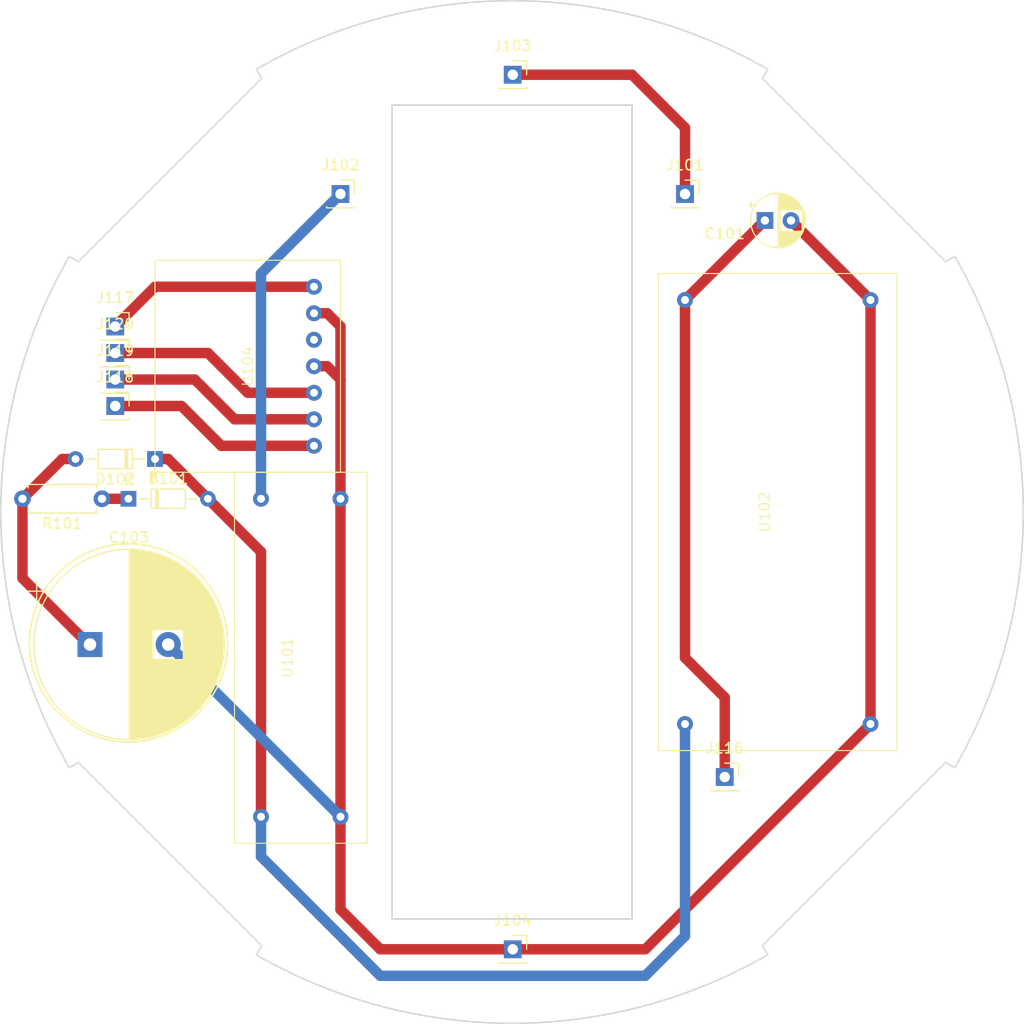
<source format=kicad_pcb>
(kicad_pcb (version 20221018) (generator pcbnew)
  (layers (0 "F.Cu" signal) (31 "B.Cu" signal) (34 "B.Paste" user) (35 "F.Paste" user) (36 "B.SilkS" user "B.Silkscreen") (37 "F.SilkS" user "F.Silkscreen") (38 "B.Mask" user) (39 "F.Mask" user) (44 "Edge.Cuts" user))
  (net 0 "")
  (net 1 "5V")
  (net 2 "GND")
  (net 3 "Net-(D102-A)")
  (net 4 "Net-(D101-K)")
  (net 5 "Net-(D101-A)")
  (net 6 "Net-(J101-Pin_1)")
  (net 7 "3.3V")
  (net 8 "Net-(J118-Pin_1)")
  (net 9 "Net-(J119-Pin_1)")
  (net 10 "Net-(J120-Pin_1)")
  (net 12 "Net-(J102-Pin_1)")
  (footprint "MyPinSocket:MyPinSocket" (layer "F.Cu") (at 33.02 19.05)
    (fp_text reference "J102" (at 0 -2.77) (layer "F.SilkS"))
    (fp_text value "Power Sw 2 Bridge")
    (pad "1" thru_hole rect (at 0 0) (size 1.7 1.7) (drill 1) (layers "*.Cu" "*.Mask") (net 12 "Net-(J102-Pin_1)"))
  )
  (footprint "Capacitor_THT:CP_Radial_D5.0mm_P2.50mm" (layer "F.Cu") (at 73.7 21.59)
    (fp_text reference "C101" (at -3.85 1.27) (layer "F.SilkS"))
    (fp_text value "C")
    (pad "1" thru_hole rect (at 0 0) (size 1.6 1.6) (drill 0.8) (layers "*.Cu" "*.Mask") (net 1 "5V"))
    (pad "2" thru_hole circle (at 2.5 0) (size 1.6 1.6) (drill 0.8) (layers "*.Cu" "*.Mask") (net 2 "GND"))
  )
  (footprint "Capacitor_THT:CP_Radial_D18.0mm_P7.50mm" (layer "F.Cu") (at 9.01 62.23)
    (fp_text reference "C103" (at 3.75 -10.25) (layer "F.SilkS"))
    (fp_text value "C_Polarized_US")
    (pad "1" thru_hole rect (at 0 0) (size 2.4 2.4) (drill 1.2) (layers "*.Cu" "*.Mask") (net 3 "Net-(D102-A)"))
    (pad "2" thru_hole circle (at 7.5 0) (size 2.4 2.4) (drill 1.2) (layers "*.Cu" "*.Mask") (net 2 "GND"))
  )
  (footprint "MyPinSocket:MyPinSocket" (layer "F.Cu") (at 49.53 91.44)
    (fp_text reference "J104" (at 0 -2.77) (layer "F.SilkS"))
    (fp_text value "Battery- Socket")
    (pad "1" thru_hole rect (at 0 0) (size 1.7 1.7) (drill 1) (layers "*.Cu" "*.Mask") (net 2 "GND"))
  )
  (footprint "LM2596:LM2596" (layer "F.Cu") (at 76.2 49.53 90)
    (fp_text reference "U102" (at 0 -2.54 90 unlocked) (layer "F.SilkS") (effects (font (thickness 0.1))))
    (fp_text value "LM2596")
    (pad "1" thru_hole circle (at -20.32 -10.16 90) (size 1.524 1.524) (drill 0.762) (layers "*.Cu" "*.Mask") (net 5 "Net-(D101-A)"))
    (pad "2" thru_hole circle (at -20.32 7.62 90) (size 1.524 1.524) (drill 0.762) (layers "*.Cu" "*.Mask") (net 2 "GND"))
    (pad "3" thru_hole circle (at 20.32 -10.16 90) (size 1.524 1.524) (drill 0.762) (layers "*.Cu" "*.Mask") (net 1 "5V"))
    (pad "4" thru_hole circle (at 20.32 7.62 90) (size 1.524 1.524) (drill 0.762) (layers "*.Cu" "*.Mask") (net 2 "GND"))
  )
  (footprint "MT3608:MT3608" (layer "F.Cu") (at 27.94 63.5 90)
    (fp_text reference "U101" (at 0 0 90 unlocked) (layer "F.SilkS") (effects (font (thickness 0.1))))
    (fp_text value "MT3608")
    (pad "1" thru_hole circle (at 15.24 -2.54 90) (size 1.524 1.524) (drill 0.762) (layers "*.Cu" "*.Mask") (net 12 "Net-(J102-Pin_1)"))
    (pad "2" thru_hole circle (at 15.24 5.08 90) (size 1.524 1.524) (drill 0.762) (layers "*.Cu" "*.Mask") (net 2 "GND"))
    (pad "3" thru_hole circle (at -15.24 -2.54 90) (size 1.524 1.524) (drill 0.762) (layers "*.Cu" "*.Mask") (net 5 "Net-(D101-A)"))
    (pad "4" thru_hole circle (at -15.24 5.08 90) (size 1.524 1.524) (drill 0.762) (layers "*.Cu" "*.Mask") (net 2 "GND"))
  )
  (footprint "MyPinSocket:MyPinSocket" (layer "F.Cu") (at 11.43 39.37)
    (fp_text reference "J118" (at 0 -2.77) (layer "F.SilkS"))
    (fp_text value "LRC Bridge")
    (pad "1" thru_hole rect (at 0 0) (size 1.7 1.7) (drill 1) (layers "*.Cu" "*.Mask") (net 8 "Net-(J118-Pin_1)"))
  )
  (footprint "Diode_THT:D_DO-34_SOD68_P7.62mm_Horizontal" (layer "F.Cu") (at 15.245 44.45 180)
    (fp_text reference "D102" (at 3.81 -1.92) (layer "F.SilkS"))
    (fp_text value "D")
    (fp_text user "K" (at 0 -1.75) (layer "F.SilkS"))
    (pad "1" thru_hole rect (at 0 0 180) (size 1.5 1.5) (drill 0.75) (layers "*.Cu" "*.Mask") (net 5 "Net-(D101-A)"))
    (pad "2" thru_hole oval (at 7.62 0 180) (size 1.5 1.5) (drill 0.75) (layers "*.Cu" "*.Mask") (net 3 "Net-(D102-A)"))
  )
  (footprint "Resistor_THT:R_Axial_DIN0207_L6.3mm_D2.5mm_P7.62mm_Horizontal" (layer "F.Cu") (at 10.16 48.26 180)
    (fp_text reference "R101" (at 3.81 -2.37) (layer "F.SilkS"))
    (fp_text value "220")
    (pad "1" thru_hole circle (at 0 0 180) (size 1.6 1.6) (drill 0.8) (layers "*.Cu" "*.Mask") (net 4 "Net-(D101-K)"))
    (pad "2" thru_hole oval (at 7.62 0 180) (size 1.6 1.6) (drill 0.8) (layers "*.Cu" "*.Mask") (net 3 "Net-(D102-A)"))
  )
  (footprint "MAX98357A:MAX98357A" (layer "F.Cu") (at 24.13 35.56 90)
    (fp_text reference "U104" (at 0 0 90 unlocked) (layer "F.SilkS") (effects (font (thickness 0.1))))
    (fp_text value "MAX98357A")
    (pad "1" thru_hole circle (at -7.62 6.35 90) (size 1.524 1.524) (drill 0.762) (layers "*.Cu" "*.Mask") (net 8 "Net-(J118-Pin_1)"))
    (pad "2" thru_hole circle (at -5.08 6.35 90) (size 1.524 1.524) (drill 0.762) (layers "*.Cu" "*.Mask") (net 9 "Net-(J119-Pin_1)"))
    (pad "3" thru_hole circle (at -2.54 6.35 90) (size 1.524 1.524) (drill 0.762) (layers "*.Cu" "*.Mask") (net 10 "Net-(J120-Pin_1)"))
    (pad "4" thru_hole circle (at 0 6.35 90) (size 1.524 1.524) (drill 0.762) (layers "*.Cu" "*.Mask") (net 2 "GND"))
    (pad "5" thru_hole circle (at 2.54 6.35 90) (size 1.524 1.524) (drill 0.762) (layers "*.Cu" "*.Mask"))
    (pad "6" thru_hole circle (at 5.08 6.35 90) (size 1.524 1.524) (drill 0.762) (layers "*.Cu" "*.Mask") (net 2 "GND"))
    (pad "7" thru_hole circle (at 7.62 6.35 90) (size 1.524 1.524) (drill 0.762) (layers "*.Cu" "*.Mask") (net 7 "3.3V"))
  )
  (footprint "MyPinSocket:MyPinSocket" (layer "F.Cu") (at 11.43 34.29)
    (fp_text reference "J120" (at 0 -2.77) (layer "F.SilkS"))
    (fp_text value "DIN Bridge")
    (pad "1" thru_hole rect (at 0 0) (size 1.7 1.7) (drill 1) (layers "*.Cu" "*.Mask") (net 10 "Net-(J120-Pin_1)"))
  )
  (footprint "Diode_THT:D_DO-34_SOD68_P7.62mm_Horizontal" (layer "F.Cu") (at 12.695 48.26)
    (fp_text reference "D101" (at 3.81 -1.92) (layer "F.SilkS"))
    (fp_text value "D")
    (fp_text user "K" (at 0 -1.75) (layer "F.SilkS"))
    (pad "1" thru_hole rect (at 0 0) (size 1.5 1.5) (drill 0.75) (layers "*.Cu" "*.Mask") (net 4 "Net-(D101-K)"))
    (pad "2" thru_hole oval (at 7.62 0) (size 1.5 1.5) (drill 0.75) (layers "*.Cu" "*.Mask") (net 5 "Net-(D101-A)"))
  )
  (footprint "MyPinSocket:MyPinSocket" (layer "F.Cu") (at 49.53 7.62)
    (fp_text reference "J103" (at 0 -2.77) (layer "F.SilkS"))
    (fp_text value "Battery+ Socket")
    (pad "1" thru_hole rect (at 0 0) (size 1.7 1.7) (drill 1) (layers "*.Cu" "*.Mask") (net 6 "Net-(J101-Pin_1)"))
  )
  (footprint "MyPinSocket:MyPinSocket" (layer "F.Cu") (at 11.43 36.83)
    (fp_text reference "J119" (at 0 -2.77) (layer "F.SilkS"))
    (fp_text value "BCLK Bridge")
    (pad "1" thru_hole rect (at 0 0) (size 1.7 1.7) (drill 1) (layers "*.Cu" "*.Mask") (net 9 "Net-(J119-Pin_1)"))
  )
  (footprint "MyPinSocket:MyPinSocket" (layer "F.Cu") (at 69.85 74.93)
    (fp_text reference "J116" (at 0 -2.77) (layer "F.SilkS"))
    (fp_text value "5V Bridge")
    (pad "1" thru_hole rect (at 0 0) (size 1.7 1.7) (drill 1) (layers "*.Cu" "*.Mask") (net 1 "5V"))
  )
  (footprint "MyPinSocket:MyPinSocket" (layer "F.Cu") (at 66.04 19.05)
    (fp_text reference "J101" (at 0 -2.77) (layer "F.SilkS"))
    (fp_text value "Power Sw 1 Bridge")
    (pad "1" thru_hole rect (at 0 0) (size 1.7 1.7) (drill 1) (layers "*.Cu" "*.Mask") (net 6 "Net-(J101-Pin_1)"))
  )
  (footprint "MyPinSocket:MyPinSocket" (layer "F.Cu") (at 11.43 31.75)
    (fp_text reference "J117" (at 0 -2.77) (layer "F.SilkS"))
    (fp_text value "3.3V Bridge")
    (pad "1" thru_hole rect (at 0 0) (size 1.7 1.7) (drill 1) (layers "*.Cu" "*.Mask") (net 7 "3.3V"))
  )
  (gr_circle (center 12.7 62.07) (end 22.2 62.07) (stroke (width 0.15)) (fill none) (layer "F.SilkS"))
  (gr_line (start 73.96 7.095) (end 73.46 7.961) (stroke (width 0.15)) (layer "Edge.Cuts"))
  (gr_line (start 60.96 10.53) (end 60.96 88.53) (stroke (width 0.15)) (layer "Edge.Cuts"))
  (gr_line (start 24.96 7.095) (end 25.46 7.961) (stroke (width 0.15)) (layer "Edge.Cuts"))
  (gr_arc (start 7.025 74.03) (mid 0.460244 49.53) (end 7.025 25.03) (stroke (width 0.15)) (layer "Edge.Cuts"))
  (gr_line (start 25.46 7.961) (end 7.891 25.53) (stroke (width 0.15)) (layer "Edge.Cuts"))
  (gr_line (start 37.96 10.53) (end 37.96 88.53) (stroke (width 0.15)) (layer "Edge.Cuts"))
  (gr_line (start 91.029 25.53) (end 91.895 25.03) (stroke (width 0.15)) (layer "Edge.Cuts"))
  (gr_line (start 73.46 91.099) (end 73.96 91.965) (stroke (width 0.15)) (layer "Edge.Cuts"))
  (gr_line (start 91.029 73.53) (end 73.46 91.099) (stroke (width 0.15)) (layer "Edge.Cuts"))
  (gr_line (start 37.96 88.53) (end 60.96 88.53) (stroke (width 0.15)) (layer "Edge.Cuts"))
  (gr_line (start 91.895 74.03) (end 91.029 73.53) (stroke (width 0.15)) (layer "Edge.Cuts"))
  (gr_arc (start 24.96 7.095) (mid 49.46 0.530245) (end 73.96 7.095) (stroke (width 0.15)) (layer "Edge.Cuts"))
  (gr_line (start 7.025 25.03) (end 7.891 25.53) (stroke (width 0.15)) (layer "Edge.Cuts"))
  (gr_line (start 25.46 91.099) (end 7.891 73.53) (stroke (width 0.15)) (layer "Edge.Cuts"))
  (gr_arc (start 91.895 25.03) (mid 98.459755 49.53) (end 91.895 74.03) (stroke (width 0.15)) (layer "Edge.Cuts"))
  (gr_line (start 37.96 10.53) (end 60.96 10.53) (stroke (width 0.15)) (layer "Edge.Cuts"))
  (gr_arc (start 73.96 91.965) (mid 49.46 98.529755) (end 24.96 91.965) (stroke (width 0.15)) (layer "Edge.Cuts"))
  (gr_line (start 73.46 7.961) (end 91.029 25.53) (stroke (width 0.15)) (layer "Edge.Cuts"))
  (gr_line (start 7.891 73.53) (end 7.025 74.03) (stroke (width 0.15)) (layer "Edge.Cuts"))
  (gr_line (start 24.96 91.965) (end 25.46 91.099) (stroke (width 0.15)) (layer "Edge.Cuts"))
  (segment (start 66.04 63.5) (end 69.85 67.31) (width 1) (layer "F.Cu") (net 1))
  (segment (start 73.66 21.59) (end 66.04 29.21) (width 1) (layer "F.Cu") (net 1))
  (segment (start 73.7 21.59) (end 73.66 21.59) (width 1) (layer "F.Cu") (net 1))
  (segment (start 69.85 67.31) (end 69.85 74.93) (width 1) (layer "F.Cu") (net 1))
  (segment (start 66.04 29.21) (end 66.04 63.5) (width 1) (layer "F.Cu") (net 1))
  (segment (start 62.23 91.44) (end 83.82 69.85) (width 1) (layer "F.Cu") (net 2))
  (segment (start 31.75 30.48) (end 30.48 30.48) (width 1) (layer "F.Cu") (net 2))
  (segment (start 33.02 48.26) (end 33.02 36.83) (width 1) (layer "F.Cu") (net 2))
  (segment (start 83.82 69.85) (end 83.82 29.21) (width 1) (layer "F.Cu") (net 2))
  (segment (start 33.02 87.63) (end 33.02 78.74) (width 1) (layer "F.Cu") (net 2))
  (segment (start 33.02 31.75) (end 31.75 30.48) (width 1) (layer "F.Cu") (net 2))
  (segment (start 31.75 35.56) (end 30.48 35.56) (width 1) (layer "F.Cu") (net 2))
  (segment (start 33.02 36.83) (end 31.75 35.56) (width 1) (layer "F.Cu") (net 2))
  (segment (start 49.53 91.44) (end 62.23 91.44) (width 1) (layer "F.Cu") (net 2))
  (segment (start 76.2 21.59) (end 83.82 29.21) (width 1) (layer "F.Cu") (net 2))
  (segment (start 36.83 91.44) (end 33.02 87.63) (width 1) (layer "F.Cu") (net 2))
  (segment (start 49.53 91.44) (end 36.83 91.44) (width 1) (layer "F.Cu") (net 2))
  (segment (start 33.02 48.26) (end 33.02 78.74) (width 1) (layer "F.Cu") (net 2))
  (segment (start 33.02 36.83) (end 33.02 31.75) (width 1) (layer "F.Cu") (net 2))
  (segment (start 16.51 62.23) (end 33.02 78.74) (width 1) (layer "B.Cu") (net 2))
  (segment (start 7.625 44.45) (end 6.35 44.45) (width 1) (layer "F.Cu") (net 3))
  (segment (start 2.54 55.88) (end 2.54 48.26) (width 1) (layer "F.Cu") (net 3))
  (segment (start 6.35 44.45) (end 2.54 48.26) (width 1) (layer "F.Cu") (net 3))
  (segment (start 8.89 62.23) (end 2.54 55.88) (width 1) (layer "F.Cu") (net 3))
  (segment (start 9.01 62.23) (end 8.89 62.23) (width 1) (layer "F.Cu") (net 3))
  (segment (start 10.16 48.26) (end 12.695 48.26) (width 1) (layer "F.Cu") (net 4))
  (segment (start 16.51 44.45) (end 15.245 44.45) (width 1) (layer "F.Cu") (net 5))
  (segment (start 25.395 53.34) (end 25.4 53.34) (width 1) (layer "F.Cu") (net 5))
  (segment (start 25.4 53.34) (end 25.4 78.74) (width 1) (layer "F.Cu") (net 5))
  (segment (start 20.315 48.26) (end 16.51 44.455) (width 1) (layer "F.Cu") (net 5))
  (segment (start 16.51 44.455) (end 16.51 44.45) (width 1) (layer "F.Cu") (net 5))
  (segment (start 20.315 48.26) (end 25.395 53.34) (width 1) (layer "F.Cu") (net 5))
  (segment (start 66.04 90.17) (end 66.04 69.85) (width 1) (layer "B.Cu") (net 5))
  (segment (start 36.83 93.98) (end 62.23 93.98) (width 1) (layer "B.Cu") (net 5))
  (segment (start 25.4 78.74) (end 25.4 82.55) (width 1) (layer "B.Cu") (net 5))
  (segment (start 62.23 93.98) (end 66.04 90.17) (width 1) (layer "B.Cu") (net 5))
  (segment (start 25.4 82.55) (end 36.83 93.98) (width 1) (layer "B.Cu") (net 5))
  (segment (start 60.96 7.62) (end 66.04 12.7) (width 1) (layer "F.Cu") (net 6))
  (segment (start 66.04 12.7) (end 66.04 19.05) (width 1) (layer "F.Cu") (net 6))
  (segment (start 49.53 7.62) (end 60.96 7.62) (width 1) (layer "F.Cu") (net 6))
  (segment (start 11.43 31.75) (end 15.24 27.94) (width 1) (layer "F.Cu") (net 7))
  (segment (start 15.24 27.94) (end 30.48 27.94) (width 1) (layer "F.Cu") (net 7))
  (segment (start 11.43 39.37) (end 17.78 39.37) (width 1) (layer "F.Cu") (net 8))
  (segment (start 21.59 43.18) (end 30.48 43.18) (width 1) (layer "F.Cu") (net 8))
  (segment (start 17.78 39.37) (end 21.59 43.18) (width 1) (layer "F.Cu") (net 8))
  (segment (start 11.43 36.83) (end 19.05 36.83) (width 1) (layer "F.Cu") (net 9))
  (segment (start 19.05 36.83) (end 22.86 40.64) (width 1) (layer "F.Cu") (net 9))
  (segment (start 22.86 40.64) (end 30.48 40.64) (width 1) (layer "F.Cu") (net 9))
  (segment (start 24.13 38.1) (end 20.32 34.29) (width 1) (layer "F.Cu") (net 10))
  (segment (start 30.48 38.1) (end 24.13 38.1) (width 1) (layer "F.Cu") (net 10))
  (segment (start 20.32 34.29) (end 11.43 34.29) (width 1) (layer "F.Cu") (net 10))
  (segment (start 33.02 19.05) (end 25.4 26.67) (width 1) (layer "B.Cu") (net 12))
  (segment (start 25.4 26.67) (end 25.4 48.26) (width 1) (layer "B.Cu") (net 12))
)
</source>
